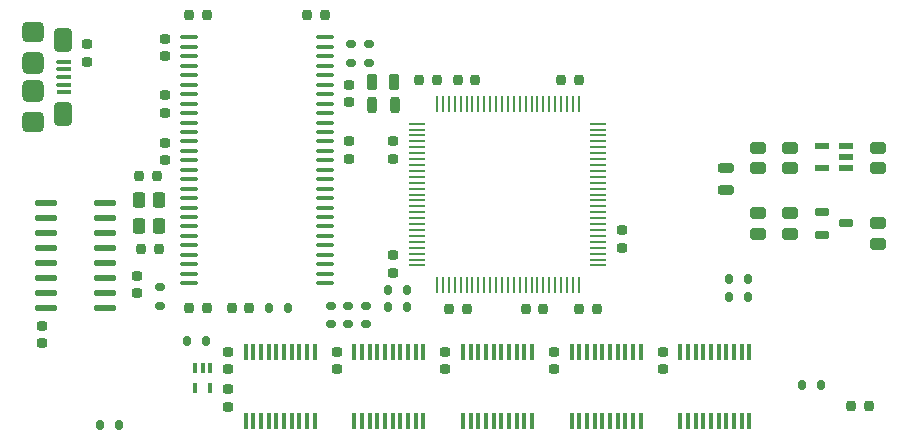
<source format=gtp>
G04 #@! TF.GenerationSoftware,KiCad,Pcbnew,7.0.10*
G04 #@! TF.CreationDate,2024-05-19T08:04:40-04:00*
G04 #@! TF.ProjectId,RAM2E,52414d32-452e-46b6-9963-61645f706362,2.1*
G04 #@! TF.SameCoordinates,Original*
G04 #@! TF.FileFunction,Paste,Top*
G04 #@! TF.FilePolarity,Positive*
%FSLAX46Y46*%
G04 Gerber Fmt 4.6, Leading zero omitted, Abs format (unit mm)*
G04 Created by KiCad (PCBNEW 7.0.10) date 2024-05-19 08:04:40*
%MOMM*%
%LPD*%
G01*
G04 APERTURE LIST*
G04 Aperture macros list*
%AMRoundRect*
0 Rectangle with rounded corners*
0 $1 Rounding radius*
0 $2 $3 $4 $5 $6 $7 $8 $9 X,Y pos of 4 corners*
0 Add a 4 corners polygon primitive as box body*
4,1,4,$2,$3,$4,$5,$6,$7,$8,$9,$2,$3,0*
0 Add four circle primitives for the rounded corners*
1,1,$1+$1,$2,$3*
1,1,$1+$1,$4,$5*
1,1,$1+$1,$6,$7*
1,1,$1+$1,$8,$9*
0 Add four rect primitives between the rounded corners*
20,1,$1+$1,$2,$3,$4,$5,0*
20,1,$1+$1,$4,$5,$6,$7,0*
20,1,$1+$1,$6,$7,$8,$9,0*
20,1,$1+$1,$8,$9,$2,$3,0*%
G04 Aperture macros list end*
%ADD10RoundRect,0.092500X0.092500X-0.592500X0.092500X0.592500X-0.092500X0.592500X-0.092500X-0.592500X0*%
%ADD11RoundRect,0.192500X-0.242500X0.192500X-0.242500X-0.192500X0.242500X-0.192500X0.242500X0.192500X0*%
%ADD12RoundRect,0.099500X-0.625500X-0.099500X0.625500X-0.099500X0.625500X0.099500X-0.625500X0.099500X0*%
%ADD13RoundRect,0.192500X0.192500X0.242500X-0.192500X0.242500X-0.192500X-0.242500X0.192500X-0.242500X0*%
%ADD14RoundRect,0.250000X-0.425000X0.250000X-0.425000X-0.250000X0.425000X-0.250000X0.425000X0.250000X0*%
%ADD15RoundRect,0.192500X-0.192500X-0.242500X0.192500X-0.242500X0.192500X0.242500X-0.192500X0.242500X0*%
%ADD16RoundRect,0.250000X0.425000X-0.250000X0.425000X0.250000X-0.425000X0.250000X-0.425000X-0.250000X0*%
%ADD17RoundRect,0.175000X-0.450000X-0.175000X0.450000X-0.175000X0.450000X0.175000X-0.450000X0.175000X0*%
%ADD18RoundRect,0.200000X0.475000X-0.200000X0.475000X0.200000X-0.475000X0.200000X-0.475000X-0.200000X0*%
%ADD19RoundRect,0.150000X-0.150000X-0.275000X0.150000X-0.275000X0.150000X0.275000X-0.150000X0.275000X0*%
%ADD20RoundRect,0.200000X-0.200000X-0.475000X0.200000X-0.475000X0.200000X0.475000X-0.200000X0.475000X0*%
%ADD21RoundRect,0.224700X0.224700X0.437200X-0.224700X0.437200X-0.224700X-0.437200X0.224700X-0.437200X0*%
%ADD22RoundRect,0.150000X-0.275000X0.150000X-0.275000X-0.150000X0.275000X-0.150000X0.275000X0.150000X0*%
%ADD23RoundRect,0.057500X0.645000X0.057500X-0.645000X0.057500X-0.645000X-0.057500X0.645000X-0.057500X0*%
%ADD24RoundRect,0.057500X0.057500X0.645000X-0.057500X0.645000X-0.057500X-0.645000X0.057500X-0.645000X0*%
%ADD25RoundRect,0.192500X0.242500X-0.192500X0.242500X0.192500X-0.242500X0.192500X-0.242500X-0.192500X0*%
%ADD26RoundRect,0.275000X0.275000X-0.375000X0.275000X0.375000X-0.275000X0.375000X-0.275000X-0.375000X0*%
%ADD27RoundRect,0.137500X0.487500X0.137500X-0.487500X0.137500X-0.487500X-0.137500X0.487500X-0.137500X0*%
%ADD28RoundRect,0.137500X0.812500X0.137500X-0.812500X0.137500X-0.812500X-0.137500X0.812500X-0.137500X0*%
%ADD29RoundRect,0.150000X0.150000X0.275000X-0.150000X0.275000X-0.150000X-0.275000X0.150000X-0.275000X0*%
%ADD30RoundRect,0.080000X-0.555000X0.080000X-0.555000X-0.080000X0.555000X-0.080000X0.555000X0.080000X0*%
%ADD31RoundRect,0.075000X-0.550000X0.075000X-0.550000X-0.075000X0.550000X-0.075000X0.550000X0.075000X0*%
%ADD32RoundRect,0.437500X-0.487500X0.437500X-0.487500X-0.437500X0.487500X-0.437500X0.487500X0.437500X0*%
%ADD33RoundRect,0.387500X-0.387500X0.637500X-0.387500X-0.637500X0.387500X-0.637500X0.387500X0.637500X0*%
%ADD34RoundRect,0.462500X-0.462500X0.462500X-0.462500X-0.462500X0.462500X-0.462500X0.462500X0.462500X0*%
%ADD35RoundRect,0.150000X0.275000X-0.150000X0.275000X0.150000X-0.275000X0.150000X-0.275000X-0.150000X0*%
%ADD36RoundRect,0.080000X-0.080000X0.380000X-0.080000X-0.380000X0.080000X-0.380000X0.080000X0.380000X0*%
G04 APERTURE END LIST*
D10*
X236250000Y-127550000D03*
X236900000Y-127550000D03*
X237550000Y-127550000D03*
X238200000Y-127550000D03*
X238850000Y-127550000D03*
X239500000Y-127550000D03*
X240150000Y-127550000D03*
X240800000Y-127550000D03*
X241450000Y-127550000D03*
X242100000Y-127550000D03*
X242100000Y-121650000D03*
X241450000Y-121650000D03*
X240800000Y-121650000D03*
X240150000Y-121650000D03*
X239500000Y-121650000D03*
X238850000Y-121650000D03*
X238200000Y-121650000D03*
X237550000Y-121650000D03*
X236900000Y-121650000D03*
X236250000Y-121650000D03*
D11*
X234750000Y-121650000D03*
X234750000Y-123150000D03*
X253150000Y-121650000D03*
X253150000Y-123150000D03*
D10*
X254650000Y-127550000D03*
X255300000Y-127550000D03*
X255950000Y-127550000D03*
X256600000Y-127550000D03*
X257250000Y-127550000D03*
X257900000Y-127550000D03*
X258550000Y-127550000D03*
X259200000Y-127550000D03*
X259850000Y-127550000D03*
X260500000Y-127550000D03*
X260500000Y-121650000D03*
X259850000Y-121650000D03*
X259200000Y-121650000D03*
X258550000Y-121650000D03*
X257900000Y-121650000D03*
X257250000Y-121650000D03*
X256600000Y-121650000D03*
X255950000Y-121650000D03*
X255300000Y-121650000D03*
X254650000Y-121650000D03*
D11*
X243950000Y-121650000D03*
X243950000Y-123150000D03*
D10*
X217850000Y-127550000D03*
X218500000Y-127550000D03*
X219150000Y-127550000D03*
X219800000Y-127550000D03*
X220450000Y-127550000D03*
X221100000Y-127550000D03*
X221750000Y-127550000D03*
X222400000Y-127550000D03*
X223050000Y-127550000D03*
X223700000Y-127550000D03*
X223700000Y-121650000D03*
X223050000Y-121650000D03*
X222400000Y-121650000D03*
X221750000Y-121650000D03*
X221100000Y-121650000D03*
X220450000Y-121650000D03*
X219800000Y-121650000D03*
X219150000Y-121650000D03*
X218500000Y-121650000D03*
X217850000Y-121650000D03*
X245450000Y-127550000D03*
X246100000Y-127550000D03*
X246750000Y-127550000D03*
X247400000Y-127550000D03*
X248050000Y-127550000D03*
X248700000Y-127550000D03*
X249350000Y-127550000D03*
X250000000Y-127550000D03*
X250650000Y-127550000D03*
X251300000Y-127550000D03*
X251300000Y-121650000D03*
X250650000Y-121650000D03*
X250000000Y-121650000D03*
X249350000Y-121650000D03*
X248700000Y-121650000D03*
X248050000Y-121650000D03*
X247400000Y-121650000D03*
X246750000Y-121650000D03*
X246100000Y-121650000D03*
X245450000Y-121650000D03*
X227050000Y-127550000D03*
X227700000Y-127550000D03*
X228350000Y-127550000D03*
X229000000Y-127550000D03*
X229650000Y-127550000D03*
X230300000Y-127550000D03*
X230950000Y-127550000D03*
X231600000Y-127550000D03*
X232250000Y-127550000D03*
X232900000Y-127550000D03*
X232900000Y-121650000D03*
X232250000Y-121650000D03*
X231600000Y-121650000D03*
X230950000Y-121650000D03*
X230300000Y-121650000D03*
X229650000Y-121650000D03*
X229000000Y-121650000D03*
X228350000Y-121650000D03*
X227700000Y-121650000D03*
X227050000Y-121650000D03*
D11*
X225550000Y-121650000D03*
X225550000Y-123150000D03*
X226600000Y-103850000D03*
X226600000Y-105350000D03*
X226600000Y-99050000D03*
X226600000Y-100550000D03*
D12*
X213050000Y-95050000D03*
X213050000Y-95850000D03*
X213050000Y-96650000D03*
X213050000Y-97450000D03*
X213050000Y-98250000D03*
X213050000Y-99050000D03*
X213050000Y-99850000D03*
X213050000Y-100650000D03*
X213050000Y-101450000D03*
X213050000Y-102250000D03*
X213050000Y-103050000D03*
X213050000Y-103850000D03*
X213050000Y-104650000D03*
X213050000Y-105450000D03*
X213050000Y-106250000D03*
X213050000Y-107050000D03*
X213050000Y-107850000D03*
X213050000Y-108650000D03*
X213050000Y-109450000D03*
X213050000Y-110250000D03*
X213050000Y-111050000D03*
X213050000Y-111850000D03*
X213050000Y-112650000D03*
X213050000Y-113450000D03*
X213050000Y-114250000D03*
X213050000Y-115050000D03*
X213050000Y-115850000D03*
X224550000Y-115850000D03*
X224550000Y-115050000D03*
X224550000Y-114250000D03*
X224550000Y-113450000D03*
X224550000Y-112650000D03*
X224550000Y-111850000D03*
X224550000Y-111050000D03*
X224550000Y-110250000D03*
X224550000Y-109450000D03*
X224550000Y-108650000D03*
X224550000Y-107850000D03*
X224550000Y-107050000D03*
X224550000Y-106250000D03*
X224550000Y-105450000D03*
X224550000Y-104650000D03*
X224550000Y-103850000D03*
X224550000Y-103050000D03*
X224550000Y-102250000D03*
X224550000Y-101450000D03*
X224550000Y-100650000D03*
X224550000Y-99850000D03*
X224550000Y-99050000D03*
X224550000Y-98250000D03*
X224550000Y-97450000D03*
X224550000Y-96650000D03*
X224550000Y-95850000D03*
X224550000Y-95050000D03*
D13*
X270625000Y-126238000D03*
X269125000Y-126238000D03*
D14*
X271350000Y-110800000D03*
X271350000Y-112500000D03*
D15*
X223050000Y-93150000D03*
X224550000Y-93150000D03*
D16*
X263900000Y-111650000D03*
X263900000Y-109950000D03*
D17*
X266600000Y-109850000D03*
X266600000Y-111750000D03*
X268700000Y-110800000D03*
D16*
X261200000Y-111650000D03*
X261200000Y-109950000D03*
D15*
X213050000Y-93150000D03*
X214550000Y-93150000D03*
D16*
X263900000Y-106100000D03*
X263900000Y-104400000D03*
X261200000Y-106100000D03*
X261200000Y-104400000D03*
D18*
X258500000Y-108000000D03*
X258500000Y-106100000D03*
D19*
X264950000Y-124500000D03*
X266550000Y-124500000D03*
D15*
X246050000Y-118050000D03*
X247550000Y-118050000D03*
D13*
X234050000Y-98650000D03*
X232550000Y-98650000D03*
D20*
X228550000Y-100800000D03*
X230450000Y-100800000D03*
D21*
X230437500Y-98850000D03*
X228562500Y-98850000D03*
D22*
X226550000Y-117750000D03*
X226550000Y-119350000D03*
X228000000Y-117750000D03*
X228000000Y-119350000D03*
X225100000Y-117750000D03*
X225100000Y-119350000D03*
D23*
X247712500Y-114350000D03*
X247712500Y-113850000D03*
X247712500Y-113350000D03*
X247712500Y-112850000D03*
X247712500Y-112350000D03*
X247712500Y-111850000D03*
X247712500Y-111350000D03*
X247712500Y-110850000D03*
X247712500Y-110350000D03*
X247712500Y-109850000D03*
X247712500Y-109350000D03*
X247712500Y-108850000D03*
X247712500Y-108350000D03*
X247712500Y-107850000D03*
X247712500Y-107350000D03*
X247712500Y-106850000D03*
X247712500Y-106350000D03*
X247712500Y-105850000D03*
X247712500Y-105350000D03*
X247712500Y-104850000D03*
X247712500Y-104350000D03*
X247712500Y-103850000D03*
X247712500Y-103350000D03*
X247712500Y-102850000D03*
X247712500Y-102350000D03*
D24*
X246050000Y-100687500D03*
X245550000Y-100687500D03*
X245050000Y-100687500D03*
X244550000Y-100687500D03*
X244050000Y-100687500D03*
X243550000Y-100687500D03*
X243050000Y-100687500D03*
X242550000Y-100687500D03*
X242050000Y-100687500D03*
X241550000Y-100687500D03*
X241050000Y-100687500D03*
X240550000Y-100687500D03*
X240050000Y-100687500D03*
X239550000Y-100687500D03*
X239050000Y-100687500D03*
X238550000Y-100687500D03*
X238050000Y-100687500D03*
X237550000Y-100687500D03*
X237050000Y-100687500D03*
X236550000Y-100687500D03*
X236050000Y-100687500D03*
X235550000Y-100687500D03*
X235050000Y-100687500D03*
X234550000Y-100687500D03*
X234050000Y-100687500D03*
D23*
X232387500Y-102350000D03*
X232387500Y-102850000D03*
X232387500Y-103350000D03*
X232387500Y-103850000D03*
X232387500Y-104350000D03*
X232387500Y-104850000D03*
X232387500Y-105350000D03*
X232387500Y-105850000D03*
X232387500Y-106350000D03*
X232387500Y-106850000D03*
X232387500Y-107350000D03*
X232387500Y-107850000D03*
X232387500Y-108350000D03*
X232387500Y-108850000D03*
X232387500Y-109350000D03*
X232387500Y-109850000D03*
X232387500Y-110350000D03*
X232387500Y-110850000D03*
X232387500Y-111350000D03*
X232387500Y-111850000D03*
X232387500Y-112350000D03*
X232387500Y-112850000D03*
X232387500Y-113350000D03*
X232387500Y-113850000D03*
X232387500Y-114350000D03*
D24*
X234050000Y-116012500D03*
X234550000Y-116012500D03*
X235050000Y-116012500D03*
X235550000Y-116012500D03*
X236050000Y-116012500D03*
X236550000Y-116012500D03*
X237050000Y-116012500D03*
X237550000Y-116012500D03*
X238050000Y-116012500D03*
X238550000Y-116012500D03*
X239050000Y-116012500D03*
X239550000Y-116012500D03*
X240050000Y-116012500D03*
X240550000Y-116012500D03*
X241050000Y-116012500D03*
X241550000Y-116012500D03*
X242050000Y-116012500D03*
X242550000Y-116012500D03*
X243050000Y-116012500D03*
X243550000Y-116012500D03*
X244050000Y-116012500D03*
X244550000Y-116012500D03*
X245050000Y-116012500D03*
X245550000Y-116012500D03*
X246050000Y-116012500D03*
D15*
X235800000Y-98650000D03*
X237300000Y-98650000D03*
D11*
X230350000Y-103850000D03*
X230350000Y-105350000D03*
X230350000Y-113450000D03*
X230350000Y-114950000D03*
D13*
X236550000Y-118050000D03*
X235050000Y-118050000D03*
X243050000Y-118050000D03*
X241550000Y-118050000D03*
D25*
X249750000Y-112850000D03*
X249750000Y-111350000D03*
D13*
X246050000Y-98650000D03*
X244550000Y-98650000D03*
D19*
X229900000Y-117900000D03*
X231500000Y-117900000D03*
X229900000Y-116400000D03*
X231500000Y-116400000D03*
D26*
X210500000Y-111000000D03*
X210500000Y-108800000D03*
X208800000Y-108800000D03*
X208800000Y-111000000D03*
D25*
X204400000Y-97100000D03*
X204400000Y-95600000D03*
D19*
X219800000Y-117950000D03*
X221400000Y-117950000D03*
D11*
X208661000Y-115213000D03*
X208661000Y-116713000D03*
X216350000Y-124800000D03*
X216350000Y-126300000D03*
D27*
X268700000Y-106100000D03*
X268700000Y-105150000D03*
X268700000Y-104200000D03*
X266600000Y-104200000D03*
X266600000Y-106100000D03*
D28*
X205929000Y-117919500D03*
X205929000Y-116649500D03*
X205929000Y-115379500D03*
X205929000Y-114109500D03*
X205929000Y-112839500D03*
X205929000Y-111569500D03*
X205929000Y-110299500D03*
X205929000Y-109029500D03*
X200979000Y-109029500D03*
X200979000Y-110299500D03*
X200979000Y-111569500D03*
X200979000Y-112839500D03*
X200979000Y-114109500D03*
X200979000Y-115379500D03*
X200979000Y-116649500D03*
X200979000Y-117919500D03*
D29*
X260400000Y-115500000D03*
X258800000Y-115500000D03*
D30*
X202475000Y-97100000D03*
X202475000Y-97750000D03*
X202475000Y-98400000D03*
X202475000Y-99050000D03*
D31*
X202475000Y-99700000D03*
D32*
X199800000Y-94600000D03*
D33*
X202350000Y-95300000D03*
D34*
X199800000Y-97200000D03*
X199800000Y-99600000D03*
D33*
X202350000Y-101500000D03*
D32*
X199800000Y-102200000D03*
D13*
X218150000Y-117950000D03*
X216650000Y-117950000D03*
D35*
X228250000Y-97200000D03*
X228250000Y-95600000D03*
D11*
X216350000Y-121650000D03*
X216350000Y-123150000D03*
D16*
X271350000Y-106100000D03*
X271350000Y-104400000D03*
D29*
X260400000Y-117000000D03*
X258800000Y-117000000D03*
D36*
X214850000Y-123000000D03*
X214200000Y-123000000D03*
X213550000Y-123000000D03*
X213550000Y-124700000D03*
X214850000Y-124700000D03*
D15*
X213050000Y-117950000D03*
X214550000Y-117950000D03*
D29*
X207150000Y-127900000D03*
X205550000Y-127900000D03*
D35*
X210600000Y-117800000D03*
X210600000Y-116200000D03*
D25*
X211000000Y-101450000D03*
X211000000Y-99950000D03*
D19*
X212900000Y-120750000D03*
X214500000Y-120750000D03*
D13*
X210500000Y-113000000D03*
X209000000Y-113000000D03*
D25*
X211000000Y-96650000D03*
X211000000Y-95150000D03*
D11*
X200596500Y-119443500D03*
X200596500Y-120943500D03*
D35*
X226750000Y-97200000D03*
X226750000Y-95600000D03*
D25*
X211000000Y-105450000D03*
X211000000Y-103950000D03*
D15*
X208800000Y-106800000D03*
X210300000Y-106800000D03*
M02*

</source>
